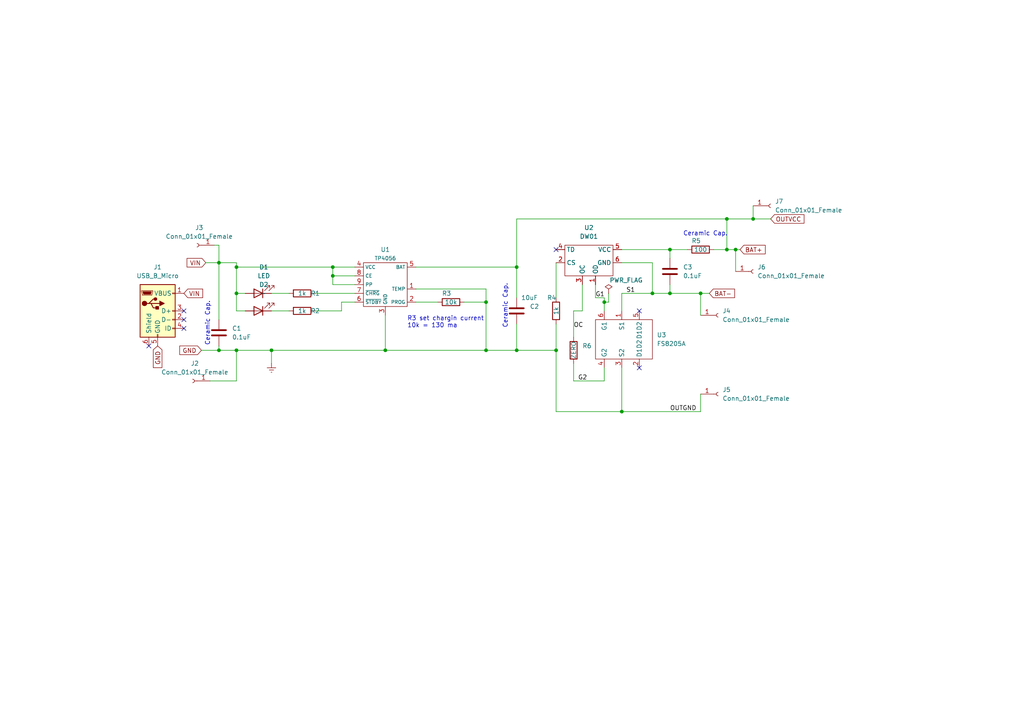
<source format=kicad_sch>
(kicad_sch (version 20211123) (generator eeschema)
  (paper "A4")
  (lib_symbols
    (symbol "Connector:Conn_01x01_Female" (pin_names (offset 1.016) hide)
      (property "Reference" "J" (at 0 2.54 0))
      (property "Value" "Conn_01x01_Female" (at 0 -2.54 0))
      (symbol "Conn_01x01_Female_1_1"
        (polyline (pts (xy -1.27 0) (xy -0.508 0)) (stroke (width 0.1524)))
        (arc (start 0 0.508) (mid -0.508 0) (end 0 -0.508) (stroke (width 0.1524)))
        (pin passive line (at -5.08 0 0) (length 3.81) (name "Pin_1") (number "1"))
      )
    )
    (symbol "Connector:USB_B_Micro" (pin_names (offset 1.016))
      (property "Reference" "J" (at -5.08 11.43 0))
      (property "Value" "USB_B_Micro" (at -5.08 8.89 0))
      (symbol "USB_B_Micro_0_1"
        (rectangle (start -5.08 -7.62) (end 5.08 7.62) (stroke (width 0.254)) (fill (type background)))
        (circle (center -3.81 2.159) (radius 0.635) (stroke (width 0.254)) (fill (type outline)))
        (circle (center -0.635 3.429) (radius 0.381) (stroke (width 0.254)) (fill (type outline)))
        (rectangle (start -0.127 -7.62) (end 0.127 -6.858))
        (polyline (pts (xy -1.905 2.159) (xy 0.635 2.159)) (stroke (width 0.254)))
        (polyline (pts (xy -3.175 2.159) (xy -2.54 2.159) (xy -1.27 3.429) (xy -0.635 3.429)) (stroke (width 0.254)))
        (polyline (pts (xy -2.54 2.159) (xy -1.905 2.159) (xy -1.27 0.889) (xy 0 0.889)) (stroke (width 0.254)))
        (polyline (pts (xy 0.635 2.794) (xy 0.635 1.524) (xy 1.905 2.159) (xy 0.635 2.794)) (stroke (width 0.254)) (fill (type outline)))
        (polyline (pts (xy -4.318 5.588) (xy -1.778 5.588) (xy -2.032 4.826) (xy -4.064 4.826) (xy -4.318 5.588)) (fill (type outline)))
        (polyline (pts (xy -4.699 5.842) (xy -4.699 5.588) (xy -4.445 4.826) (xy -4.445 4.572) (xy -1.651 4.572) (xy -1.651 4.826) (xy -1.397 5.588) (xy -1.397 5.842) (xy -4.699 5.842)))
        (rectangle (start 0.254 1.27) (end -0.508 0.508) (stroke (width 0.254)) (fill (type outline)))
        (rectangle (start 5.08 -5.207) (end 4.318 -4.953))
        (rectangle (start 5.08 -2.667) (end 4.318 -2.413))
        (rectangle (start 5.08 -0.127) (end 4.318 0.127))
        (rectangle (start 5.08 4.953) (end 4.318 5.207))
      )
      (symbol "USB_B_Micro_1_1"
        (pin power_out line (at 7.62 5.08 180) (length 2.54) (name "VBUS") (number "1"))
        (pin bidirectional line (at 7.62 -2.54 180) (length 2.54) (name "D-") (number "2"))
        (pin bidirectional line (at 7.62 0 180) (length 2.54) (name "D+") (number "3"))
        (pin passive line (at 7.62 -5.08 180) (length 2.54) (name "ID") (number "4"))
        (pin power_out line (at 0 -10.16 90) (length 2.54) (name "GND") (number "5"))
        (pin passive line (at -2.54 -10.16 90) (length 2.54) (name "Shield") (number "6"))
      )
    )
    (symbol "Device:C" (pin_numbers hide) (pin_names (offset 0.254))
      (property "Reference" "C" (at 0.635 2.54 0))
      (property "Value" "C" (at 0.635 -2.54 0))
      (symbol "C_0_1"
        (polyline (pts (xy -2.032 -0.762) (xy 2.032 -0.762)) (stroke (width 0.508)))
        (polyline (pts (xy -2.032 0.762) (xy 2.032 0.762)) (stroke (width 0.508)))
      )
      (symbol "C_1_1"
        (pin passive line (at 0 3.81 270) (length 2.794) (name "~") (number "1"))
        (pin passive line (at 0 -3.81 90) (length 2.794) (name "~") (number "2"))
      )
    )
    (symbol "Device:LED" (pin_numbers hide) (pin_names (offset 1.016) hide)
      (property "Reference" "D" (at 0 2.54 0))
      (property "Value" "LED" (at 0 -2.54 0))
      (symbol "LED_0_1"
        (polyline (pts (xy -1.27 -1.27) (xy -1.27 1.27)) (stroke (width 0.254)))
        (polyline (pts (xy -1.27 0) (xy 1.27 0)))
        (polyline (pts (xy 1.27 -1.27) (xy 1.27 1.27) (xy -1.27 0) (xy 1.27 -1.27)) (stroke (width 0.254)))
        (polyline (pts (xy -3.048 -0.762) (xy -4.572 -2.286) (xy -3.81 -2.286) (xy -4.572 -2.286) (xy -4.572 -1.524)))
        (polyline (pts (xy -1.778 -0.762) (xy -3.302 -2.286) (xy -2.54 -2.286) (xy -3.302 -2.286) (xy -3.302 -1.524)))
      )
      (symbol "LED_1_1"
        (pin passive line (at -3.81 0 0) (length 2.54) (name "K") (number "1"))
        (pin passive line (at 3.81 0 180) (length 2.54) (name "A") (number "2"))
      )
    )
    (symbol "Device:R" (pin_numbers hide) (pin_names (offset 0))
      (property "Reference" "R" (at 2.032 0 90))
      (property "Value" "R" (at 0 0 90))
      (symbol "R_0_1"
        (rectangle (start -1.016 -2.54) (end 1.016 2.54) (stroke (width 0.254)))
      )
      (symbol "R_1_1"
        (pin passive line (at 0 3.81 270) (length 1.27) (name "~") (number "1"))
        (pin passive line (at 0 -3.81 90) (length 1.27) (name "~") (number "2"))
      )
    )
    (symbol "dw01:DW01"
      (property "Reference" "U" (at 1.27 10.16 0))
      (property "Value" "DW01" (at 11.43 10.16 0))
      (symbol "DW01_0_1"
        (rectangle (start 0 8.89) (end 13.97 0))
      )
      (symbol "DW01_1_1"
        (pin input line (at 8.89 -2.54 90) (length 2.54) (name "OD") (number "1"))
        (pin input line (at -2.54 3.81 0) (length 2.54) (name "CS") (number "2"))
        (pin input line (at 5.08 -2.54 90) (length 2.54) (name "OC") (number "3"))
        (pin input line (at -2.54 7.62 0) (length 2.54) (name "TD") (number "4"))
        (pin input line (at 16.51 7.62 180) (length 2.54) (name "VCC") (number "5"))
        (pin input line (at 16.51 3.81 180) (length 2.54) (name "GND") (number "6"))
      )
    )
    (symbol "fs8205:FS8205A"
      (property "Reference" "U" (at 1.27 5.08 0))
      (property "Value" "FS8205A" (at -1.27 8.89 90))
      (symbol "FS8205A_0_1"
        (rectangle (start 0 11.43) (end 16.51 0))
      )
      (symbol "FS8205A_1_1"
        (pin input line (at 7.62 13.97 270) (length 2.54) (name "S1") (number "1"))
        (pin input line (at 12.7 -2.54 90) (length 2.54) (name "D1D2") (number "2"))
        (pin input line (at 7.62 -2.54 90) (length 2.54) (name "S2") (number "3"))
        (pin input line (at 2.54 -2.54 90) (length 2.54) (name "G2") (number "4"))
        (pin input line (at 12.7 13.97 270) (length 2.54) (name "D1D2") (number "5"))
        (pin input line (at 2.54 13.97 270) (length 2.54) (name "G1") (number "6"))
      )
    )
    (symbol "power:Earth" (power) (pin_names (offset 0))
      (symbol "Earth_0_1"
        (polyline (pts (xy -0.635 -1.905) (xy 0.635 -1.905)))
        (polyline (pts (xy -0.127 -2.54) (xy 0.127 -2.54)))
        (polyline (pts (xy 0 -1.27) (xy 0 0)))
        (polyline (pts (xy 1.27 -1.27) (xy -1.27 -1.27)))
      )
      (symbol "Earth_1_1"
        (pin power_in line (at 0 0 270) (length 0) hide (name "Earth") (number "1"))
      )
    )
    (symbol "power:PWR_FLAG" (power) (pin_numbers hide) (pin_names (offset 0) hide)
      (property "Value" "PWR_FLAG" (at 0 3.81 0))
      (symbol "PWR_FLAG_0_0"
        (pin power_out line (at 0 0 90) (length 0) (name "pwr") (number "1"))
      )
      (symbol "PWR_FLAG_0_1"
        (polyline (pts (xy 0 0) (xy 0 1.27) (xy -1.016 1.905) (xy 0 2.54) (xy 1.016 1.905) (xy 0 1.27)))
      )
    )
    (symbol "tp4056:TP4056"
      (property "Reference" "U" (at 1.27 13.97 0))
      (property "Value" "TP4056" (at 8.89 13.97 0))
      (symbol "TP4056_0_1"
        (rectangle (start 0 12.7) (end 12.7 0))
      )
      (symbol "TP4056_1_1"
        (pin input line (at 15.24 5.08 180) (length 2.54) (name "TEMP") (number "1"))
        (pin input line (at 15.24 1.27 180) (length 2.54) (name "PROG") (number "2"))
        (pin input line (at 6.35 -2.54 90) (length 2.54) (name "GND") (number "3"))
        (pin input line (at -2.54 11.43 0) (length 2.54) (name "VCC") (number "4"))
        (pin input line (at 15.24 11.43 180) (length 2.54) (name "BAT") (number "5"))
        (pin input line (at -2.54 1.27 0) (length 2.54) (name "~{STDBY}") (number "6"))
        (pin input line (at -2.54 3.81 0) (length 2.54) (name "~{CHRG}") (number "7"))
        (pin input line (at -2.54 8.89 0) (length 2.54) (name "CE") (number "8"))
        (pin input line (at -2.54 6.35 0) (length 2.54) (name "PP") (number "9"))
      )
    )
  )
  (junction (at 68.58 85.09))
  (junction (at 203.2 85.09))
  (junction (at 175.26 87.63))
  (junction (at 189.23 85.09))
  (junction (at 140.97 101.6))
  (junction (at 213.36 72.39))
  (junction (at 149.86 101.6))
  (junction (at 149.86 77.47))
  (junction (at 78.74 101.6))
  (junction (at 68.58 101.6))
  (junction (at 180.34 119.38))
  (junction (at 96.52 77.47))
  (junction (at 161.29 101.6))
  (junction (at 194.31 85.09))
  (junction (at 63.5 76.2))
  (junction (at 218.44 63.5))
  (junction (at 140.97 87.63))
  (junction (at 96.52 80.01))
  (junction (at 111.76 101.6))
  (junction (at 210.82 72.39))
  (junction (at 194.31 72.39))
  (junction (at 210.82 63.5))
  (junction (at 68.58 77.47))
  (junction (at 63.5 101.6))
  (no_connect (at 53.34 90.17))
  (no_connect (at 53.34 95.25))
  (no_connect (at 53.34 92.71))
  (no_connect (at 161.29 72.39))
  (no_connect (at 185.42 106.68))
  (no_connect (at 185.42 90.17))
  (no_connect (at 43.18 100.33))
  (wire (pts (xy 111.76 101.6) (xy 140.97 101.6)))
  (wire (pts (xy 149.86 101.6) (xy 161.29 101.6)))
  (wire (pts (xy 189.23 76.2) (xy 189.23 85.09)))
  (wire (pts (xy 91.44 85.09) (xy 102.87 85.09)))
  (wire (pts (xy 68.58 77.47) (xy 96.52 77.47)))
  (wire (pts (xy 194.31 72.39) (xy 199.39 72.39)))
  (wire (pts (xy 68.58 101.6) (xy 78.74 101.6)))
  (wire (pts (xy 96.52 77.47) (xy 102.87 77.47)))
  (wire (pts (xy 149.86 77.47) (xy 149.86 86.36)))
  (wire (pts (xy 68.58 76.2) (xy 68.58 77.47)))
  (wire (pts (xy 149.86 63.5) (xy 210.82 63.5)))
  (wire (pts (xy 78.74 85.09) (xy 83.82 85.09)))
  (wire (pts (xy 78.74 101.6) (xy 78.74 105.41)))
  (wire (pts (xy 140.97 83.82) (xy 140.97 87.63)))
  (wire (pts (xy 96.52 80.01) (xy 102.87 80.01)))
  (wire (pts (xy 203.2 85.09) (xy 203.2 91.44)))
  (wire (pts (xy 96.52 77.47) (xy 96.52 80.01)))
  (wire (pts (xy 140.97 87.63) (xy 140.97 101.6)))
  (wire (pts (xy 71.12 90.17) (xy 68.58 90.17)))
  (wire (pts (xy 68.58 85.09) (xy 68.58 77.47)))
  (wire (pts (xy 210.82 63.5) (xy 210.82 72.39)))
  (wire (pts (xy 58.42 101.6) (xy 63.5 101.6)))
  (wire (pts (xy 189.23 85.09) (xy 194.31 85.09)))
  (wire (pts (xy 175.26 87.63) (xy 175.26 90.17)))
  (wire (pts (xy 172.72 86.36) (xy 175.26 86.36)))
  (wire (pts (xy 68.58 110.49) (xy 68.58 101.6)))
  (wire (pts (xy 68.58 85.09) (xy 71.12 85.09)))
  (wire (pts (xy 194.31 85.09) (xy 203.2 85.09)))
  (wire (pts (xy 180.34 72.39) (xy 194.31 72.39)))
  (wire (pts (xy 161.29 93.98) (xy 161.29 101.6)))
  (wire (pts (xy 210.82 72.39) (xy 213.36 72.39)))
  (wire (pts (xy 180.34 90.17) (xy 180.34 85.09)))
  (wire (pts (xy 60.96 110.49) (xy 68.58 110.49)))
  (wire (pts (xy 166.37 110.49) (xy 175.26 110.49)))
  (wire (pts (xy 172.72 82.55) (xy 172.72 86.36)))
  (wire (pts (xy 99.06 87.63) (xy 99.06 90.17)))
  (wire (pts (xy 63.5 101.6) (xy 68.58 101.6)))
  (wire (pts (xy 63.5 71.12) (xy 63.5 76.2)))
  (wire (pts (xy 102.87 82.55) (xy 96.52 82.55)))
  (wire (pts (xy 63.5 100.33) (xy 63.5 101.6)))
  (wire (pts (xy 218.44 59.69) (xy 218.44 63.5)))
  (wire (pts (xy 78.74 90.17) (xy 83.82 90.17)))
  (wire (pts (xy 140.97 101.6) (xy 149.86 101.6)))
  (wire (pts (xy 210.82 63.5) (xy 218.44 63.5)))
  (wire (pts (xy 213.36 72.39) (xy 214.63 72.39)))
  (wire (pts (xy 161.29 76.2) (xy 161.29 86.36)))
  (wire (pts (xy 161.29 101.6) (xy 161.29 119.38)))
  (wire (pts (xy 166.37 105.41) (xy 166.37 110.49)))
  (wire (pts (xy 149.86 63.5) (xy 149.86 77.47)))
  (wire (pts (xy 63.5 76.2) (xy 68.58 76.2)))
  (wire (pts (xy 99.06 90.17) (xy 91.44 90.17)))
  (wire (pts (xy 194.31 82.55) (xy 194.31 85.09)))
  (wire (pts (xy 62.23 71.12) (xy 63.5 71.12)))
  (wire (pts (xy 203.2 114.3) (xy 203.2 119.38)))
  (wire (pts (xy 134.62 87.63) (xy 140.97 87.63)))
  (wire (pts (xy 168.91 90.17) (xy 166.37 90.17)))
  (wire (pts (xy 68.58 90.17) (xy 68.58 85.09)))
  (wire (pts (xy 102.87 87.63) (xy 99.06 87.63)))
  (wire (pts (xy 207.01 72.39) (xy 210.82 72.39)))
  (wire (pts (xy 120.65 83.82) (xy 140.97 83.82)))
  (wire (pts (xy 63.5 76.2) (xy 63.5 92.71)))
  (wire (pts (xy 96.52 80.01) (xy 96.52 82.55)))
  (wire (pts (xy 203.2 85.09) (xy 205.74 85.09)))
  (wire (pts (xy 180.34 106.68) (xy 180.34 119.38)))
  (wire (pts (xy 180.34 76.2) (xy 189.23 76.2)))
  (wire (pts (xy 194.31 72.39) (xy 194.31 74.93)))
  (wire (pts (xy 180.34 119.38) (xy 203.2 119.38)))
  (wire (pts (xy 218.44 63.5) (xy 223.52 63.5)))
  (wire (pts (xy 180.34 85.09) (xy 189.23 85.09)))
  (wire (pts (xy 175.26 110.49) (xy 175.26 106.68)))
  (wire (pts (xy 78.74 101.6) (xy 111.76 101.6)))
  (wire (pts (xy 120.65 87.63) (xy 127 87.63)))
  (wire (pts (xy 176.53 85.09) (xy 176.53 87.63)))
  (wire (pts (xy 166.37 90.17) (xy 166.37 97.79)))
  (wire (pts (xy 168.91 82.55) (xy 168.91 90.17)))
  (wire (pts (xy 176.53 87.63) (xy 175.26 87.63)))
  (wire (pts (xy 175.26 86.36) (xy 175.26 87.63)))
  (wire (pts (xy 161.29 119.38) (xy 180.34 119.38)))
  (wire (pts (xy 149.86 93.98) (xy 149.86 101.6)))
  (wire (pts (xy 59.69 76.2) (xy 63.5 76.2)))
  (wire (pts (xy 111.76 91.44) (xy 111.76 101.6)))
  (wire (pts (xy 120.65 77.47) (xy 149.86 77.47)))
  (wire (pts (xy 213.36 72.39) (xy 213.36 78.74)))
  (text "Ceramic Cap." (at 60.96 100.33 90) (effects (font (size 1.27 1.27)) (justify left bottom)))
  (text "Ceramic Cap." (at 147.32 95.25 90) (effects (font (size 1.27 1.27)) (justify left bottom)))
  (text "R3 set chargin current\n10k = 130 ma" (at 118.11 95.25 0) (effects (font (size 1.27 1.27)) (justify left bottom)))
  (text "Ceramic Cap." (at 198.12 68.58 0) (effects (font (size 1.27 1.27)) (justify left bottom)))
  (label "OUTGND" (at 194.31 119.38 0))
  (label "G1" (at 172.72 86.36 0))
  (label "OC" (at 166.37 95.25 0))
  (label "G2" (at 167.64 110.49 0))
  (label "S1" (at 181.61 85.09 0))
  (global_label "VIN" (shape input) (at 59.69 76.2 180) (property "Intersheet References" "${INTERSHEET_REFS}" (effects hide)))
  (global_label "GND" (shape input) (at 58.42 101.6 180) (property "Intersheet References" "${INTERSHEET_REFS}" (effects hide)))
  (global_label "OUTVCC" (shape input) (at 223.52 63.5 0) (property "Intersheet References" "${INTERSHEET_REFS}" (effects hide)))
  (global_label "BAT+" (shape input) (at 214.63 72.39 0) (property "Intersheet References" "${INTERSHEET_REFS}" (effects hide)))
  (global_label "VIN" (shape input) (at 53.34 85.09 0) (property "Intersheet References" "${INTERSHEET_REFS}" (effects hide)))
  (global_label "GND" (shape input) (at 45.72 100.33 270) (property "Intersheet References" "${INTERSHEET_REFS}" (effects hide)))
  (global_label "BAT-" (shape input) (at 205.74 85.09 0) (property "Intersheet References" "${INTERSHEET_REFS}" (effects hide)))
  (symbol (lib_id "Device:C") (at 149.86 90.17 0) (unit 1)
    (property "Reference" "C2" (at 153.67 88.8999 0) (effects (justify left)))
    (property "Value" "10uF" (at 151.13 86.36 0) (effects (justify left)))
    (property "Footprint" "Capacitor_SMD:C_0805_2012Metric_Pad1.18x1.45mm_HandSolder" (effects hide))
  )
  (symbol (lib_id "power:Earth") (at 78.74 105.41 0) (unit 1)
    (property "Reference" "#PWR01" (effects hide))
    (property "Value" "Earth" (effects hide))
  )
  (symbol (lib_id "Device:LED") (at 74.93 85.09 180) (unit 1)
    (property "Reference" "D1" (at 76.5175 77.47 0))
    (property "Value" "LED" (at 76.5175 80.01 0))
    (property "Footprint" "LED_SMD:LED_0805_2012Metric_Pad1.15x1.40mm_HandSolder" (effects hide))
  )
  (symbol (lib_id "Device:R") (at 87.63 85.09 90) (unit 1)
    (property "Reference" "R1" (at 91.44 85.09 90))
    (property "Value" "1k" (at 87.63 85.09 90))
    (property "Footprint" "Resistor_SMD:R_0603_1608Metric_Pad0.98x0.95mm_HandSolder" (effects hide))
  )
  (symbol (lib_id "tp4056:TP4056") (at 105.41 88.9 0) (unit 1)
    (property "Reference" "U1" (at 111.76 72.39 0))
    (property "Value" "TP4056" (at 111.76 74.93 0) (effects (font (size 1.1 1.1))))
    (property "Footprint" "Package_SO:SOIC-8-1EP_3.9x4.9mm_P1.27mm_EP2.29x3mm" (effects hide))
  )
  (symbol (lib_id "power:PWR_FLAG") (at 176.53 85.09 0) (unit 1)
    (property "Reference" "#FLG01" (effects hide))
    (property "Value" "PWR_FLAG" (at 181.61 81.28 0))
  )
  (symbol (lib_id "dw01:DW01") (at 163.83 80.01 0) (unit 1)
    (property "Reference" "U2" (at 170.815 66.04 0))
    (property "Value" "DW01" (at 170.815 68.58 0))
    (property "Footprint" "Package_TO_SOT_SMD:SOT-23-6_Handsoldering" (effects hide))
  )
  (symbol (lib_id "Device:C") (at 194.31 78.74 0) (unit 1)
    (property "Reference" "C3" (at 198.12 77.4699 0) (effects (justify left)))
    (property "Value" "0.1uF" (at 198.12 80.0099 0) (effects (justify left)))
    (property "Footprint" "Capacitor_SMD:C_0805_2012Metric_Pad1.18x1.45mm_HandSolder" (effects hide))
  )
  (symbol (lib_id "Device:C") (at 63.5 96.52 0) (unit 1)
    (property "Reference" "C1" (at 67.31 95.2499 0) (effects (justify left)))
    (property "Value" "0.1uF" (at 67.31 97.7899 0) (effects (justify left)))
    (property "Footprint" "Capacitor_SMD:C_0805_2012Metric_Pad1.18x1.45mm_HandSolder" (effects hide))
  )
  (symbol (lib_id "Device:LED") (at 74.93 90.17 180) (unit 1)
    (property "Reference" "D2" (at 76.5175 82.55 0))
    (property "Value" "~" (at 76.5175 85.09 0))
    (property "Footprint" "LED_SMD:LED_0805_2012Metric_Pad1.15x1.40mm_HandSolder" (effects hide))
  )
  (symbol (lib_id "Device:R") (at 130.81 87.63 90) (unit 1)
    (property "Reference" "R3" (at 129.54 85.09 90))
    (property "Value" "10k" (at 130.81 87.63 90))
    (property "Footprint" "Resistor_SMD:R_0805_2012Metric_Pad1.20x1.40mm_HandSolder" (effects hide))
  )
  (symbol (lib_id "Connector:Conn_01x01_Female") (at 218.44 78.74 0) (unit 1)
    (property "Reference" "J6" (at 219.71 77.4699 0) (effects (justify left)))
    (property "Value" "Conn_01x01_Female" (at 219.71 80.0099 0) (effects (justify left)))
    (property "Footprint" "Connector_PinSocket_2.54mm:PinSocket_1x01_P2.54mm_Vertical" (effects hide))
  )
  (symbol (lib_id "Device:R") (at 161.29 90.17 180) (unit 1)
    (property "Reference" "R4" (at 160.02 86.36 0))
    (property "Value" "1k" (at 161.29 90.17 90))
    (property "Footprint" "Resistor_SMD:R_0603_1608Metric_Pad0.98x0.95mm_HandSolder" (effects hide))
  )
  (symbol (lib_id "Device:R") (at 203.2 72.39 270) (unit 1)
    (property "Reference" "R5" (at 201.93 69.85 90))
    (property "Value" "100" (at 203.2 72.39 90))
    (property "Footprint" "Resistor_SMD:R_0805_2012Metric_Pad1.20x1.40mm_HandSolder" (effects hide))
  )
  (symbol (lib_id "Connector:Conn_01x01_Female") (at 208.28 91.44 0) (unit 1)
    (property "Reference" "J4" (at 209.55 90.1699 0) (effects (justify left)))
    (property "Value" "Conn_01x01_Female" (at 209.55 92.7099 0) (effects (justify left)))
    (property "Footprint" "Connector_PinSocket_2.54mm:PinSocket_1x01_P2.54mm_Vertical" (effects hide))
  )
  (symbol (lib_id "Connector:Conn_01x01_Female") (at 223.52 59.69 0) (unit 1)
    (property "Reference" "J7" (at 224.79 58.4199 0) (effects (justify left)))
    (property "Value" "Conn_01x01_Female" (at 224.79 60.9599 0) (effects (justify left)))
    (property "Footprint" "Connector_PinSocket_2.54mm:PinSocket_1x01_P2.54mm_Vertical" (effects hide))
  )
  (symbol (lib_id "Connector:Conn_01x01_Female") (at 57.15 71.12 180) (unit 1)
    (property "Reference" "J3" (at 57.785 66.04 0))
    (property "Value" "Conn_01x01_Female" (at 57.785 68.58 0))
    (property "Footprint" "Connector_PinSocket_2.54mm:PinSocket_1x01_P2.54mm_Vertical" (effects hide))
  )
  (symbol (lib_id "fs8205:FS8205A") (at 172.72 104.14 0) (unit 1)
    (property "Reference" "U3" (at 190.5 97.1549 0) (effects (justify left)))
    (property "Value" "FS8205A" (at 190.5 99.6949 0) (effects (justify left)))
    (property "Footprint" "Package_TO_SOT_SMD:SOT-23-6_Handsoldering" (effects hide))
  )
  (symbol (lib_id "Device:R") (at 87.63 90.17 90) (unit 1)
    (property "Reference" "R2" (at 91.44 90.17 90))
    (property "Value" "1k" (at 87.63 90.17 90))
    (property "Footprint" "Resistor_SMD:R_0603_1608Metric_Pad0.98x0.95mm_HandSolder" (effects hide))
  )
  (symbol (lib_id "Device:R") (at 166.37 101.6 0) (unit 1)
    (property "Reference" "R6" (at 168.91 100.3299 0) (effects (justify left)))
    (property "Value" "ZERO" (at 166.37 104.14 90) (effects (justify left)))
    (property "Footprint" "Resistor_SMD:R_1206_3216Metric_Pad1.30x1.75mm_HandSolder" (effects hide))
  )
  (symbol (lib_id "Connector:Conn_01x01_Female") (at 55.88 110.49 180) (unit 1)
    (property "Reference" "J2" (at 56.515 105.41 0))
    (property "Value" "Conn_01x01_Female" (at 56.515 107.95 0))
    (property "Footprint" "Connector_PinSocket_2.54mm:PinSocket_1x01_P2.54mm_Vertical" (effects hide))
  )
  (symbol (lib_id "Connector:Conn_01x01_Female") (at 208.28 114.3 0) (unit 1)
    (property "Reference" "J5" (at 209.55 113.0299 0) (effects (justify left)))
    (property "Value" "Conn_01x01_Female" (at 209.55 115.5699 0) (effects (justify left)))
    (property "Footprint" "Connector_PinSocket_2.54mm:PinSocket_1x01_P2.54mm_Vertical" (effects hide))
  )
  (symbol (lib_id "Connector:USB_B_Micro") (at 45.72 90.17 0) (unit 1)
    (property "Reference" "J1" (at 45.72 77.47 0))
    (property "Value" "USB_B_Micro" (at 45.72 80.01 0))
    (property "Footprint" "usb_footprint:tp4056_USB_Micro-B_Molex_47346-0001_fix" (effects hide))
  )
)
</source>
